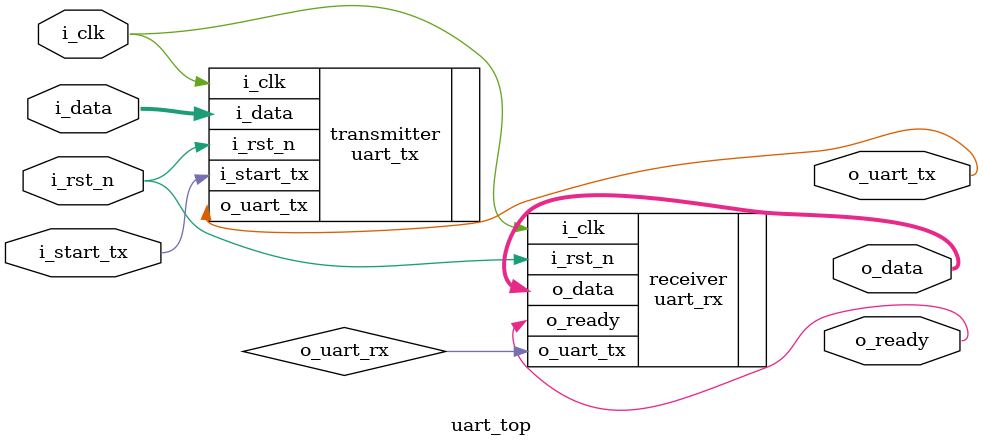
<source format=sv>
module uart_top(
    input logic         i_clk,
    input logic         i_rst_n,
    input logic  [7:0]  i_data,
    input logic         i_start_tx,

    output logic        o_uart_tx,
    output logic [7:0]  o_data,
    output logic        o_ready
);


uart_tx transmitter(
    .i_clk      (i_clk      ),
    .i_rst_n    (i_rst_n    ),
    .i_data     (i_data     ),
    .i_start_tx (i_start_tx ),
    .o_uart_tx  (o_uart_tx  )
);


uart_rx receiver(
    .i_clk      (i_clk      ),
    .i_rst_n    (i_rst_n    ),
    .o_uart_tx  (o_uart_rx  ),
    .o_data     (o_data     ),
    .o_ready    (o_ready    )
);

endmodule

</source>
